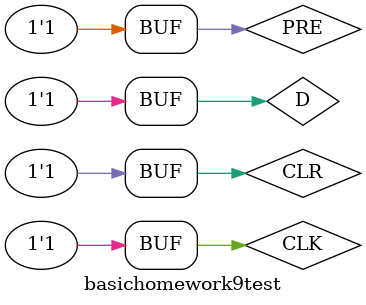
<source format=v>
`timescale 1ns / 1ps


module basichomework9test;

	// Inputs
	reg PRE;
	reg CLR;
	reg CLK;
	reg D;

	// Outputs
	wire QN;
	wire QNF;

	// Instantiate the Unit Under Test (UUT)
	basichomeword9 uut (
		.PRE(PRE), 
		.CLR(CLR), 
		.CLK(CLK), 
		.D(D), 
		.QN(QN), 
		.QNF(QNF)
	);

	initial begin
		// Initialize Inputs
		PRE = 0;
		CLR = 0;
		CLK = 0;
		D = 0;

		// Wait 100 ns for global reset to finish
		#100;
        
		// Add stimulus here
		#100;
		PRE = 1;
		CLR = 1;
		
		#100;
		PRE=0;
		
		#100;
		PRE=1;
		CLR=0;
		
		#100;
		CLR=1;
		CLK=0;
		
		#100;
		CLK=1;
		D=1;
		
		
	end
      
endmodule


</source>
